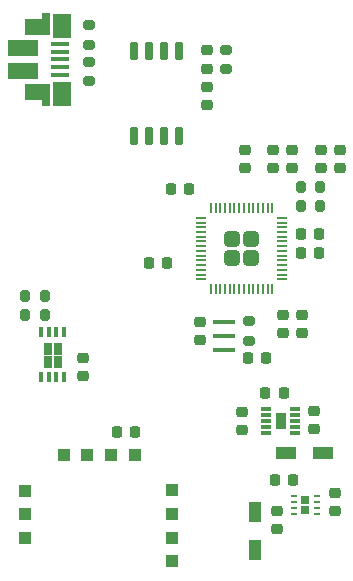
<source format=gbr>
%TF.GenerationSoftware,KiCad,Pcbnew,7.0.10*%
%TF.CreationDate,2024-12-09T12:22:18+01:00*%
%TF.ProjectId,dalmierz,64616c6d-6965-4727-9a2e-6b696361645f,rev?*%
%TF.SameCoordinates,Original*%
%TF.FileFunction,Paste,Top*%
%TF.FilePolarity,Positive*%
%FSLAX46Y46*%
G04 Gerber Fmt 4.6, Leading zero omitted, Abs format (unit mm)*
G04 Created by KiCad (PCBNEW 7.0.10) date 2024-12-09 12:22:18*
%MOMM*%
%LPD*%
G01*
G04 APERTURE LIST*
G04 Aperture macros list*
%AMRoundRect*
0 Rectangle with rounded corners*
0 $1 Rounding radius*
0 $2 $3 $4 $5 $6 $7 $8 $9 X,Y pos of 4 corners*
0 Add a 4 corners polygon primitive as box body*
4,1,4,$2,$3,$4,$5,$6,$7,$8,$9,$2,$3,0*
0 Add four circle primitives for the rounded corners*
1,1,$1+$1,$2,$3*
1,1,$1+$1,$4,$5*
1,1,$1+$1,$6,$7*
1,1,$1+$1,$8,$9*
0 Add four rect primitives between the rounded corners*
20,1,$1+$1,$2,$3,$4,$5,0*
20,1,$1+$1,$4,$5,$6,$7,0*
20,1,$1+$1,$6,$7,$8,$9,0*
20,1,$1+$1,$8,$9,$2,$3,0*%
G04 Aperture macros list end*
%ADD10C,0.010000*%
%ADD11RoundRect,0.225000X-0.250000X0.225000X-0.250000X-0.225000X0.250000X-0.225000X0.250000X0.225000X0*%
%ADD12RoundRect,0.225000X0.250000X-0.225000X0.250000X0.225000X-0.250000X0.225000X-0.250000X-0.225000X0*%
%ADD13RoundRect,0.249999X-0.395001X-0.395001X0.395001X-0.395001X0.395001X0.395001X-0.395001X0.395001X0*%
%ADD14RoundRect,0.050000X-0.387500X-0.050000X0.387500X-0.050000X0.387500X0.050000X-0.387500X0.050000X0*%
%ADD15RoundRect,0.050000X-0.050000X-0.387500X0.050000X-0.387500X0.050000X0.387500X-0.050000X0.387500X0*%
%ADD16RoundRect,0.200000X0.275000X-0.200000X0.275000X0.200000X-0.275000X0.200000X-0.275000X-0.200000X0*%
%ADD17RoundRect,0.225000X-0.225000X-0.250000X0.225000X-0.250000X0.225000X0.250000X-0.225000X0.250000X0*%
%ADD18R,0.850000X0.300000*%
%ADD19RoundRect,0.200000X-0.200000X-0.275000X0.200000X-0.275000X0.200000X0.275000X-0.200000X0.275000X0*%
%ADD20RoundRect,0.200000X-0.275000X0.200000X-0.275000X-0.200000X0.275000X-0.200000X0.275000X0.200000X0*%
%ADD21RoundRect,0.150000X-0.150000X0.650000X-0.150000X-0.650000X0.150000X-0.650000X0.150000X0.650000X0*%
%ADD22R,0.750000X0.650000*%
%ADD23R,0.500000X0.250000*%
%ADD24R,1.900000X0.400000*%
%ADD25RoundRect,0.225000X0.225000X0.250000X-0.225000X0.250000X-0.225000X-0.250000X0.225000X-0.250000X0*%
%ADD26R,1.650000X0.400000*%
%ADD27R,0.700000X1.825000*%
%ADD28R,1.500000X2.000000*%
%ADD29R,2.000000X1.350000*%
%ADD30R,2.500000X1.430000*%
%ADD31RoundRect,0.200000X0.200000X0.275000X-0.200000X0.275000X-0.200000X-0.275000X0.200000X-0.275000X0*%
%ADD32R,1.680000X1.010000*%
%ADD33R,1.010000X1.680000*%
%ADD34RoundRect,0.218750X0.256250X-0.218750X0.256250X0.218750X-0.256250X0.218750X-0.256250X-0.218750X0*%
%ADD35R,1.000000X1.000000*%
%ADD36RoundRect,0.071550X0.063450X-0.383450X0.063450X0.383450X-0.063450X0.383450X-0.063450X-0.383450X0*%
G04 APERTURE END LIST*
%TO.C,U2*%
D10*
X147779472Y-116412456D02*
X147020528Y-116412456D01*
X147020528Y-115147544D01*
X147779472Y-115147544D01*
X147779472Y-116412456D01*
G36*
X147779472Y-116412456D02*
G01*
X147020528Y-116412456D01*
X147020528Y-115147544D01*
X147779472Y-115147544D01*
X147779472Y-116412456D01*
G37*
%TO.C,U5*%
X128802780Y-111203970D02*
X128200000Y-111203970D01*
X128200000Y-110300000D01*
X128802780Y-110300000D01*
X128802780Y-111203970D01*
G36*
X128802780Y-111203970D02*
G01*
X128200000Y-111203970D01*
X128200000Y-110300000D01*
X128802780Y-110300000D01*
X128802780Y-111203970D01*
G37*
X127999632Y-111203680D02*
X127400000Y-111203680D01*
X127400000Y-110300000D01*
X127999632Y-110300000D01*
X127999632Y-111203680D01*
G36*
X127999632Y-111203680D02*
G01*
X127400000Y-111203680D01*
X127400000Y-110300000D01*
X127999632Y-110300000D01*
X127999632Y-111203680D01*
G37*
X128802028Y-110099710D02*
X128200000Y-110099710D01*
X128200000Y-109200000D01*
X128802028Y-109200000D01*
X128802028Y-110099710D01*
G36*
X128802028Y-110099710D02*
G01*
X128200000Y-110099710D01*
X128200000Y-109200000D01*
X128802028Y-109200000D01*
X128802028Y-110099710D01*
G37*
X127999607Y-110099607D02*
X127400000Y-110099607D01*
X127400000Y-109200000D01*
X127999607Y-109200000D01*
X127999607Y-110099607D01*
G36*
X127999607Y-110099607D02*
G01*
X127400000Y-110099607D01*
X127400000Y-109200000D01*
X127999607Y-109200000D01*
X127999607Y-110099607D01*
G37*
%TD*%
D11*
%TO.C,C1*%
X150200000Y-114925000D03*
X150200000Y-116475000D03*
%TD*%
D12*
%TO.C,C21*%
X147100000Y-124975000D03*
X147100000Y-123425000D03*
%TD*%
D11*
%TO.C,C9*%
X149200000Y-106825000D03*
X149200000Y-108375000D03*
%TD*%
D13*
%TO.C,U1*%
X143300000Y-100400000D03*
X143300000Y-102000000D03*
X144900000Y-100400000D03*
X144900000Y-102000000D03*
D14*
X140662500Y-98600000D03*
X140662500Y-99000000D03*
X140662500Y-99400000D03*
X140662500Y-99800000D03*
X140662500Y-100200000D03*
X140662500Y-100600000D03*
X140662500Y-101000000D03*
X140662500Y-101400000D03*
X140662500Y-101800000D03*
X140662500Y-102200000D03*
X140662500Y-102600000D03*
X140662500Y-103000000D03*
X140662500Y-103400000D03*
X140662500Y-103800000D03*
D15*
X141500000Y-104637500D03*
X141900000Y-104637500D03*
X142300000Y-104637500D03*
X142700000Y-104637500D03*
X143100000Y-104637500D03*
X143500000Y-104637500D03*
X143900000Y-104637500D03*
X144300000Y-104637500D03*
X144700000Y-104637500D03*
X145100000Y-104637500D03*
X145500000Y-104637500D03*
X145900000Y-104637500D03*
X146300000Y-104637500D03*
X146700000Y-104637500D03*
D14*
X147537500Y-103800000D03*
X147537500Y-103400000D03*
X147537500Y-103000000D03*
X147537500Y-102600000D03*
X147537500Y-102200000D03*
X147537500Y-101800000D03*
X147537500Y-101400000D03*
X147537500Y-101000000D03*
X147537500Y-100600000D03*
X147537500Y-100200000D03*
X147537500Y-99800000D03*
X147537500Y-99400000D03*
X147537500Y-99000000D03*
X147537500Y-98600000D03*
D15*
X146700000Y-97762500D03*
X146300000Y-97762500D03*
X145900000Y-97762500D03*
X145500000Y-97762500D03*
X145100000Y-97762500D03*
X144700000Y-97762500D03*
X144300000Y-97762500D03*
X143900000Y-97762500D03*
X143500000Y-97762500D03*
X143100000Y-97762500D03*
X142700000Y-97762500D03*
X142300000Y-97762500D03*
X141900000Y-97762500D03*
X141500000Y-97762500D03*
%TD*%
D16*
%TO.C,R13*%
X131200000Y-83925000D03*
X131200000Y-82275000D03*
%TD*%
D17*
%TO.C,C17*%
X144625000Y-110500000D03*
X146175000Y-110500000D03*
%TD*%
D18*
%TO.C,U2*%
X146175000Y-114780000D03*
X146175000Y-115280000D03*
X146175000Y-115780000D03*
X146175000Y-116280000D03*
X146175000Y-116780000D03*
X148625000Y-116780000D03*
X148625000Y-116280000D03*
X148625000Y-115780000D03*
X148625000Y-115280000D03*
X148625000Y-114780000D03*
%TD*%
D19*
%TO.C,R7*%
X149125000Y-97600000D03*
X150775000Y-97600000D03*
%TD*%
D12*
%TO.C,C14*%
X150800000Y-94375000D03*
X150800000Y-92825000D03*
%TD*%
D11*
%TO.C,C15*%
X141200000Y-87525000D03*
X141200000Y-89075000D03*
%TD*%
D19*
%TO.C,R3*%
X125775000Y-105200000D03*
X127425000Y-105200000D03*
%TD*%
D20*
%TO.C,R14*%
X144700000Y-107375000D03*
X144700000Y-109025000D03*
%TD*%
D21*
%TO.C,U4*%
X138805000Y-84500000D03*
X137535000Y-84500000D03*
X136265000Y-84500000D03*
X134995000Y-84500000D03*
X134995000Y-91700000D03*
X136265000Y-91700000D03*
X137535000Y-91700000D03*
X138805000Y-91700000D03*
%TD*%
D22*
%TO.C,U6*%
X149500000Y-123300000D03*
X149500000Y-122500000D03*
D23*
X150450000Y-123650000D03*
X150450000Y-123150000D03*
X150450000Y-122650000D03*
X150450000Y-122150000D03*
X148550000Y-122150000D03*
X148550000Y-122650000D03*
X148550000Y-123150000D03*
X148550000Y-123650000D03*
%TD*%
D24*
%TO.C,Y1*%
X142600000Y-107400000D03*
X142600000Y-108600000D03*
X142600000Y-109800000D03*
%TD*%
D17*
%TO.C,C3*%
X133525000Y-116700000D03*
X135075000Y-116700000D03*
%TD*%
D16*
%TO.C,R11*%
X142800000Y-86025000D03*
X142800000Y-84375000D03*
%TD*%
D12*
%TO.C,C20*%
X152000000Y-123445000D03*
X152000000Y-121895000D03*
%TD*%
D25*
%TO.C,C6*%
X150675000Y-101600000D03*
X149125000Y-101600000D03*
%TD*%
D26*
%TO.C,J1*%
X128765000Y-83875000D03*
X128765000Y-84525000D03*
X128765000Y-85175000D03*
X128765000Y-85825000D03*
X128765000Y-86475000D03*
D27*
X127565000Y-82225000D03*
D28*
X128865000Y-82325000D03*
D29*
X126815000Y-82445000D03*
D30*
X125615000Y-84215000D03*
X125615000Y-86135000D03*
D29*
X126815000Y-87925000D03*
D28*
X128885000Y-88075000D03*
D27*
X127565000Y-88175000D03*
%TD*%
D31*
%TO.C,R9*%
X150775000Y-96000000D03*
X149125000Y-96000000D03*
%TD*%
D17*
%TO.C,C4*%
X138125000Y-96200000D03*
X139675000Y-96200000D03*
%TD*%
D32*
%TO.C,D1*%
X147842500Y-118500000D03*
X150982500Y-118500000D03*
%TD*%
D12*
%TO.C,C11*%
X144400000Y-94375000D03*
X144400000Y-92825000D03*
%TD*%
%TO.C,C12*%
X148400000Y-94375000D03*
X148400000Y-92825000D03*
%TD*%
D17*
%TO.C,C5*%
X136225000Y-102400000D03*
X137775000Y-102400000D03*
%TD*%
D25*
%TO.C,C7*%
X150675000Y-100000000D03*
X149125000Y-100000000D03*
%TD*%
D31*
%TO.C,R2*%
X127425000Y-106800000D03*
X125775000Y-106800000D03*
%TD*%
D11*
%TO.C,C19*%
X130700000Y-110425000D03*
X130700000Y-111975000D03*
%TD*%
D33*
%TO.C,D3*%
X145200000Y-123542500D03*
X145200000Y-126682500D03*
%TD*%
D12*
%TO.C,C18*%
X141200000Y-85975000D03*
X141200000Y-84425000D03*
%TD*%
%TO.C,C8*%
X147600000Y-108375000D03*
X147600000Y-106825000D03*
%TD*%
D11*
%TO.C,C16*%
X140600000Y-107425000D03*
X140600000Y-108975000D03*
%TD*%
D17*
%TO.C,C22*%
X146925000Y-120800000D03*
X148475000Y-120800000D03*
%TD*%
D34*
%TO.C,L1*%
X144100000Y-116587500D03*
X144100000Y-115012500D03*
%TD*%
D35*
%TO.C,B1*%
X125755000Y-125685000D03*
X125755000Y-123685000D03*
X125755000Y-121685000D03*
X129045000Y-118675000D03*
X131045000Y-118675000D03*
X133045000Y-118675000D03*
X135045000Y-118675000D03*
X138245000Y-121675000D03*
X138245000Y-123675000D03*
X138245000Y-125675000D03*
X138245000Y-127675000D03*
%TD*%
D20*
%TO.C,R12*%
X131200000Y-85375000D03*
X131200000Y-87025000D03*
%TD*%
D12*
%TO.C,C10*%
X146800000Y-94375000D03*
X146800000Y-92825000D03*
%TD*%
D17*
%TO.C,C2*%
X146125000Y-113400000D03*
X147675000Y-113400000D03*
%TD*%
D12*
%TO.C,C13*%
X152400000Y-94375000D03*
X152400000Y-92825000D03*
%TD*%
D36*
%TO.C,U5*%
X127125000Y-112100000D03*
X127775000Y-112100000D03*
X128425000Y-112100000D03*
X129075000Y-112100000D03*
X129075000Y-108300000D03*
X128425000Y-108300000D03*
X127775000Y-108300000D03*
X127125000Y-108300000D03*
%TD*%
M02*

</source>
